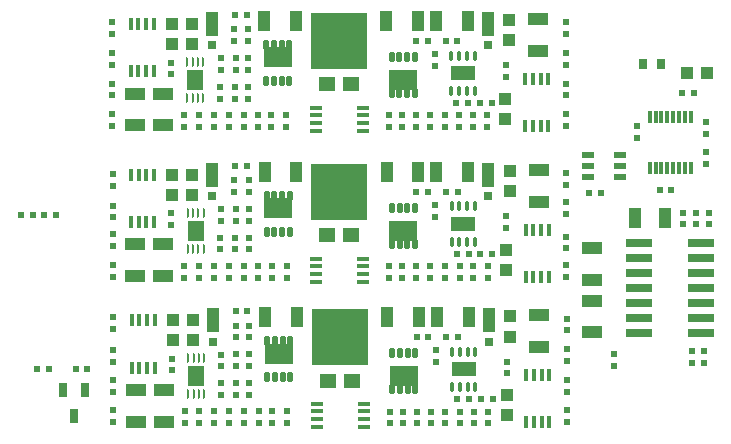
<source format=gbp>
G04 Layer_Color=128*
%FSLAX44Y44*%
%MOMM*%
G71*
G01*
G75*
%ADD12R,1.1000X1.0000*%
%ADD28R,0.6000X0.6000*%
%ADD29R,0.6000X0.6000*%
%ADD72R,1.4500X1.7500*%
G04:AMPARAMS|DCode=73|XSize=0.25mm|YSize=0.8mm|CornerRadius=0.0625mm|HoleSize=0mm|Usage=FLASHONLY|Rotation=0.000|XOffset=0mm|YOffset=0mm|HoleType=Round|Shape=RoundedRectangle|*
%AMROUNDEDRECTD73*
21,1,0.2500,0.6750,0,0,0.0*
21,1,0.1250,0.8000,0,0,0.0*
1,1,0.1250,0.0625,-0.3375*
1,1,0.1250,-0.0625,-0.3375*
1,1,0.1250,-0.0625,0.3375*
1,1,0.1250,0.0625,0.3375*
%
%ADD73ROUNDEDRECTD73*%
G04:AMPARAMS|DCode=74|XSize=0.4mm|YSize=1.1mm|CornerRadius=0.1mm|HoleSize=0mm|Usage=FLASHONLY|Rotation=180.000|XOffset=0mm|YOffset=0mm|HoleType=Round|Shape=RoundedRectangle|*
%AMROUNDEDRECTD74*
21,1,0.4000,0.9000,0,0,180.0*
21,1,0.2000,1.1000,0,0,180.0*
1,1,0.2000,-0.1000,0.4500*
1,1,0.2000,0.1000,0.4500*
1,1,0.2000,0.1000,-0.4500*
1,1,0.2000,-0.1000,-0.4500*
%
%ADD74ROUNDEDRECTD74*%
G04:AMPARAMS|DCode=75|XSize=0.45mm|YSize=0.9mm|CornerRadius=0.1125mm|HoleSize=0mm|Usage=FLASHONLY|Rotation=180.000|XOffset=0mm|YOffset=0mm|HoleType=Round|Shape=RoundedRectangle|*
%AMROUNDEDRECTD75*
21,1,0.4500,0.6750,0,0,180.0*
21,1,0.2250,0.9000,0,0,180.0*
1,1,0.2250,-0.1125,0.3375*
1,1,0.2250,0.1125,0.3375*
1,1,0.2250,0.1125,-0.3375*
1,1,0.2250,-0.1125,-0.3375*
%
%ADD75ROUNDEDRECTD75*%
%ADD76R,2.4000X1.7000*%
%ADD78R,1.0000X1.1000*%
%ADD79R,1.7000X1.1000*%
%ADD80R,1.1000X1.7000*%
%ADD81R,0.8000X0.8000*%
%ADD82R,1.1000X2.0000*%
%ADD83R,4.8000X4.7500*%
%ADD84R,1.4000X1.2700*%
%ADD85R,2.1500X1.2000*%
G04:AMPARAMS|DCode=86|XSize=0.35mm|YSize=0.8mm|CornerRadius=0.0875mm|HoleSize=0mm|Usage=FLASHONLY|Rotation=0.000|XOffset=0mm|YOffset=0mm|HoleType=Round|Shape=RoundedRectangle|*
%AMROUNDEDRECTD86*
21,1,0.3500,0.6250,0,0,0.0*
21,1,0.1750,0.8000,0,0,0.0*
1,1,0.1750,0.0875,-0.3125*
1,1,0.1750,-0.0875,-0.3125*
1,1,0.1750,-0.0875,0.3125*
1,1,0.1750,0.0875,0.3125*
%
%ADD86ROUNDEDRECTD86*%
%ADD87R,2.2000X0.6500*%
G04:AMPARAMS|DCode=88|XSize=0.3mm|YSize=1.1mm|CornerRadius=0.075mm|HoleSize=0mm|Usage=FLASHONLY|Rotation=180.000|XOffset=0mm|YOffset=0mm|HoleType=Round|Shape=RoundedRectangle|*
%AMROUNDEDRECTD88*
21,1,0.3000,0.9500,0,0,180.0*
21,1,0.1500,1.1000,0,0,180.0*
1,1,0.1500,-0.0750,0.4750*
1,1,0.1500,0.0750,0.4750*
1,1,0.1500,0.0750,-0.4750*
1,1,0.1500,-0.0750,-0.4750*
%
%ADD88ROUNDEDRECTD88*%
%ADD89R,1.0000X1.8000*%
%ADD90R,0.8000X1.2000*%
%ADD91R,0.7000X0.9000*%
%ADD92R,1.0500X0.6000*%
G04:AMPARAMS|DCode=93|XSize=0.4mm|YSize=1.1mm|CornerRadius=0.1mm|HoleSize=0mm|Usage=FLASHONLY|Rotation=90.000|XOffset=0mm|YOffset=0mm|HoleType=Round|Shape=RoundedRectangle|*
%AMROUNDEDRECTD93*
21,1,0.4000,0.9000,0,0,90.0*
21,1,0.2000,1.1000,0,0,90.0*
1,1,0.2000,0.4500,0.1000*
1,1,0.2000,0.4500,-0.1000*
1,1,0.2000,-0.4500,-0.1000*
1,1,0.2000,-0.4500,0.1000*
%
%ADD93ROUNDEDRECTD93*%
D12*
X627000Y327450D02*
D03*
X610000D02*
D03*
D28*
X426000Y51500D02*
D03*
X416000D02*
D03*
X446000D02*
D03*
X436000D02*
D03*
X381050Y227192D02*
D03*
X391050D02*
D03*
X445500Y174500D02*
D03*
X435500D02*
D03*
X65750Y207950D02*
D03*
X75750D02*
D03*
X56500D02*
D03*
X46500D02*
D03*
X527750Y226300D02*
D03*
X537750D02*
D03*
X614500Y92700D02*
D03*
X624500D02*
D03*
Y82700D02*
D03*
X614500D02*
D03*
X415250Y302250D02*
D03*
X425250D02*
D03*
X425500Y174500D02*
D03*
X415500D02*
D03*
X416000Y355000D02*
D03*
X406000D02*
D03*
X406200Y227451D02*
D03*
X416200D02*
D03*
X416700Y104451D02*
D03*
X406700D02*
D03*
X587250Y228700D02*
D03*
X597250D02*
D03*
X237500Y377200D02*
D03*
X227500D02*
D03*
X227750Y249450D02*
D03*
X237750D02*
D03*
X238250Y126450D02*
D03*
X228250D02*
D03*
X435250Y302250D02*
D03*
X445250D02*
D03*
X390800Y354942D02*
D03*
X380800D02*
D03*
X381550Y104192D02*
D03*
X391550D02*
D03*
X92750Y77200D02*
D03*
X102750D02*
D03*
X70000Y77250D02*
D03*
X60000D02*
D03*
X616250Y310700D02*
D03*
X606250D02*
D03*
D29*
X247558Y154300D02*
D03*
Y164300D02*
D03*
X369442Y164200D02*
D03*
Y154200D02*
D03*
X358442D02*
D03*
Y164200D02*
D03*
X271250Y292000D02*
D03*
Y282000D02*
D03*
X271500Y154250D02*
D03*
Y164250D02*
D03*
X272000Y41250D02*
D03*
Y31250D02*
D03*
X629000Y209700D02*
D03*
Y199700D02*
D03*
X618000D02*
D03*
Y209700D02*
D03*
X607000D02*
D03*
Y199700D02*
D03*
X238942Y316200D02*
D03*
Y306200D02*
D03*
X239692Y178450D02*
D03*
Y188450D02*
D03*
Y65450D02*
D03*
Y55450D02*
D03*
X238942Y354700D02*
D03*
Y364700D02*
D03*
X239442Y236950D02*
D03*
Y226950D02*
D03*
X239692Y103950D02*
D03*
Y113950D02*
D03*
X239000Y340250D02*
D03*
Y330250D02*
D03*
X239250Y202500D02*
D03*
Y212500D02*
D03*
X239750Y89500D02*
D03*
Y79500D02*
D03*
X226692Y354700D02*
D03*
Y364700D02*
D03*
X227192Y236950D02*
D03*
Y226950D02*
D03*
X228942Y103950D02*
D03*
Y113950D02*
D03*
X258558Y292050D02*
D03*
Y282050D02*
D03*
X258808Y154300D02*
D03*
Y164300D02*
D03*
X259308Y41300D02*
D03*
Y31300D02*
D03*
X124000Y360700D02*
D03*
Y370700D02*
D03*
X124250Y241950D02*
D03*
Y231950D02*
D03*
X124750Y110950D02*
D03*
Y120950D02*
D03*
X173442Y326700D02*
D03*
Y336700D02*
D03*
X173692Y208950D02*
D03*
Y198950D02*
D03*
X174192Y75950D02*
D03*
Y85950D02*
D03*
X215192Y316200D02*
D03*
Y306200D02*
D03*
X215442Y178450D02*
D03*
Y188450D02*
D03*
X215942Y65450D02*
D03*
Y55450D02*
D03*
X184407Y282200D02*
D03*
Y292200D02*
D03*
X184657Y164450D02*
D03*
Y154450D02*
D03*
X185157Y31450D02*
D03*
Y41450D02*
D03*
X392764Y291950D02*
D03*
Y281950D02*
D03*
X393014Y154200D02*
D03*
Y164200D02*
D03*
X393514Y41200D02*
D03*
Y31200D02*
D03*
X417728Y291950D02*
D03*
Y281950D02*
D03*
X417978Y154200D02*
D03*
Y164200D02*
D03*
X418478Y41200D02*
D03*
Y31200D02*
D03*
X405121Y281950D02*
D03*
Y291950D02*
D03*
X405371Y164200D02*
D03*
Y154200D02*
D03*
X405871Y31200D02*
D03*
Y41200D02*
D03*
X441442Y291950D02*
D03*
Y281950D02*
D03*
X441692Y154200D02*
D03*
Y164200D02*
D03*
X442192Y41200D02*
D03*
Y31200D02*
D03*
X369192Y291950D02*
D03*
Y281950D02*
D03*
X369942Y31200D02*
D03*
Y41200D02*
D03*
X457250Y324200D02*
D03*
Y334200D02*
D03*
X457500Y206450D02*
D03*
Y196450D02*
D03*
X458000Y73450D02*
D03*
Y83450D02*
D03*
X222299Y282200D02*
D03*
Y292200D02*
D03*
X222549Y164450D02*
D03*
Y154450D02*
D03*
X223049Y31450D02*
D03*
Y41450D02*
D03*
X209585Y282200D02*
D03*
Y292200D02*
D03*
X209835Y164450D02*
D03*
Y154450D02*
D03*
X210335Y31450D02*
D03*
Y41450D02*
D03*
X508000Y292950D02*
D03*
Y282950D02*
D03*
X508250Y155200D02*
D03*
Y165200D02*
D03*
X508750Y42200D02*
D03*
Y32200D02*
D03*
X247308Y292050D02*
D03*
Y282050D02*
D03*
X248058Y31300D02*
D03*
Y41300D02*
D03*
X358192Y291950D02*
D03*
Y281950D02*
D03*
X358942Y31200D02*
D03*
Y41200D02*
D03*
X227692Y306200D02*
D03*
Y316200D02*
D03*
X227942Y188450D02*
D03*
Y178450D02*
D03*
X228942Y55450D02*
D03*
Y65450D02*
D03*
X124000Y282950D02*
D03*
Y292950D02*
D03*
X124250Y165200D02*
D03*
Y155200D02*
D03*
X124750Y32200D02*
D03*
Y42200D02*
D03*
X124000Y318867D02*
D03*
Y308867D02*
D03*
X124250Y181117D02*
D03*
Y191117D02*
D03*
X124750Y68117D02*
D03*
Y58117D02*
D03*
X228192Y330450D02*
D03*
Y340450D02*
D03*
X228442Y212700D02*
D03*
Y202700D02*
D03*
X228942Y79700D02*
D03*
Y89700D02*
D03*
X124000Y344783D02*
D03*
Y334783D02*
D03*
X124250Y205533D02*
D03*
Y215533D02*
D03*
X124750Y93533D02*
D03*
Y83533D02*
D03*
X235014Y282200D02*
D03*
Y292200D02*
D03*
X235264Y164450D02*
D03*
Y154450D02*
D03*
X235764Y31450D02*
D03*
Y41450D02*
D03*
X215500Y340200D02*
D03*
Y330200D02*
D03*
X215500Y202450D02*
D03*
Y212450D02*
D03*
X216000Y89450D02*
D03*
Y79450D02*
D03*
X508000Y370700D02*
D03*
Y360700D02*
D03*
X508250Y232950D02*
D03*
Y242950D02*
D03*
X508750Y119950D02*
D03*
Y109950D02*
D03*
X196871Y292200D02*
D03*
Y282200D02*
D03*
X197121Y154450D02*
D03*
Y164450D02*
D03*
X197621Y41450D02*
D03*
Y31450D02*
D03*
X380906Y291950D02*
D03*
Y281950D02*
D03*
X381157Y154200D02*
D03*
Y164200D02*
D03*
X381656Y41200D02*
D03*
Y31200D02*
D03*
X429335Y291950D02*
D03*
Y281950D02*
D03*
X429585Y154200D02*
D03*
Y164200D02*
D03*
X430085Y41200D02*
D03*
Y31200D02*
D03*
X508000Y344783D02*
D03*
Y334783D02*
D03*
X508250Y208783D02*
D03*
Y218783D02*
D03*
X508750Y94033D02*
D03*
Y84033D02*
D03*
X397058Y333800D02*
D03*
Y343800D02*
D03*
X397308Y216050D02*
D03*
Y206050D02*
D03*
X397808Y83050D02*
D03*
Y93050D02*
D03*
X508000Y308867D02*
D03*
Y318867D02*
D03*
X508250Y189367D02*
D03*
Y179367D02*
D03*
X508750Y58117D02*
D03*
Y68117D02*
D03*
X626250Y285950D02*
D03*
Y275950D02*
D03*
Y260950D02*
D03*
Y250950D02*
D03*
X567750Y272700D02*
D03*
Y282700D02*
D03*
X548500Y79950D02*
D03*
Y89950D02*
D03*
D72*
X194192Y321950D02*
D03*
X194442Y194200D02*
D03*
X194942Y71200D02*
D03*
D73*
X200942Y336950D02*
D03*
X196442D02*
D03*
X191942D02*
D03*
X187442D02*
D03*
Y306950D02*
D03*
X191942D02*
D03*
X196442D02*
D03*
X200942D02*
D03*
X201192Y179200D02*
D03*
X196692D02*
D03*
X192192D02*
D03*
X187692D02*
D03*
Y209200D02*
D03*
X192192D02*
D03*
X196692D02*
D03*
X201192D02*
D03*
X201692Y86200D02*
D03*
X197192D02*
D03*
X192692D02*
D03*
X188192D02*
D03*
Y56200D02*
D03*
X192692D02*
D03*
X197192D02*
D03*
X201692D02*
D03*
D74*
X493134Y282700D02*
D03*
X486634D02*
D03*
X480134D02*
D03*
X473634D02*
D03*
X493134Y322700D02*
D03*
X486634D02*
D03*
X480134D02*
D03*
X473634D02*
D03*
X473885Y194950D02*
D03*
X480384D02*
D03*
X486884D02*
D03*
X493385D02*
D03*
X473885Y154950D02*
D03*
X480384D02*
D03*
X486884D02*
D03*
X493385D02*
D03*
X159000Y329200D02*
D03*
X152500D02*
D03*
X146000D02*
D03*
X139500D02*
D03*
X159000Y369200D02*
D03*
X152500D02*
D03*
X146000D02*
D03*
X139500D02*
D03*
X139750Y241450D02*
D03*
X146250D02*
D03*
X152750D02*
D03*
X159250D02*
D03*
X139750Y201450D02*
D03*
X146250D02*
D03*
X152750D02*
D03*
X159250D02*
D03*
X159750Y78450D02*
D03*
X153250D02*
D03*
X146750D02*
D03*
X140250D02*
D03*
X159750Y118450D02*
D03*
X153250D02*
D03*
X146750D02*
D03*
X140250D02*
D03*
X493885Y31950D02*
D03*
X487384D02*
D03*
X480885D02*
D03*
X474384D02*
D03*
X493885Y71950D02*
D03*
X487384D02*
D03*
X480885D02*
D03*
X474384D02*
D03*
D75*
X360250Y341450D02*
D03*
X366750D02*
D03*
X373250D02*
D03*
X379750D02*
D03*
Y310950D02*
D03*
X373250D02*
D03*
X366750D02*
D03*
X360250D02*
D03*
X360500Y213700D02*
D03*
X367000D02*
D03*
X373500D02*
D03*
X380000D02*
D03*
Y183200D02*
D03*
X373500D02*
D03*
X367000D02*
D03*
X360500D02*
D03*
X361000Y90700D02*
D03*
X367500D02*
D03*
X374000D02*
D03*
X380500D02*
D03*
Y60200D02*
D03*
X374000D02*
D03*
X367500D02*
D03*
X361000D02*
D03*
X274500Y70450D02*
D03*
X268000D02*
D03*
X261500D02*
D03*
X255000D02*
D03*
Y100950D02*
D03*
X261500D02*
D03*
X268000D02*
D03*
X274500D02*
D03*
X274000Y193450D02*
D03*
X267500D02*
D03*
X261000D02*
D03*
X254500D02*
D03*
Y223950D02*
D03*
X261000D02*
D03*
X267500D02*
D03*
X274000D02*
D03*
X273750Y321200D02*
D03*
X267250D02*
D03*
X260750D02*
D03*
X254250D02*
D03*
Y351700D02*
D03*
X260750D02*
D03*
X267250D02*
D03*
X273750D02*
D03*
D76*
X370000Y321700D02*
D03*
X370250Y193950D02*
D03*
X370750Y70950D02*
D03*
X264750Y90200D02*
D03*
X264250Y213200D02*
D03*
X264000Y340950D02*
D03*
D78*
X191192Y369450D02*
D03*
Y352450D02*
D03*
X459942Y372450D02*
D03*
Y355450D02*
D03*
X456634Y305700D02*
D03*
Y288700D02*
D03*
X174192Y352200D02*
D03*
Y369200D02*
D03*
X191442Y241700D02*
D03*
Y224700D02*
D03*
X460192Y244700D02*
D03*
Y227700D02*
D03*
X456884Y177950D02*
D03*
Y160950D02*
D03*
X174442Y224450D02*
D03*
Y241450D02*
D03*
X460692Y121700D02*
D03*
Y104700D02*
D03*
X174942Y101450D02*
D03*
Y118450D02*
D03*
X457884Y54950D02*
D03*
Y37950D02*
D03*
X191942Y118700D02*
D03*
Y101700D02*
D03*
D79*
X143000Y283450D02*
D03*
Y310450D02*
D03*
X484442Y373700D02*
D03*
Y346700D02*
D03*
X166750Y283450D02*
D03*
Y310450D02*
D03*
X143250Y155700D02*
D03*
Y182700D02*
D03*
X484692Y245950D02*
D03*
Y218950D02*
D03*
X167000Y155700D02*
D03*
Y182700D02*
D03*
X485192Y122950D02*
D03*
Y95950D02*
D03*
X143750Y32700D02*
D03*
Y59700D02*
D03*
X167500Y32700D02*
D03*
Y59700D02*
D03*
X530000Y179950D02*
D03*
Y152950D02*
D03*
Y108200D02*
D03*
Y135200D02*
D03*
D80*
X252500Y371950D02*
D03*
X279500D02*
D03*
X252750Y244200D02*
D03*
X279750D02*
D03*
X383500Y120950D02*
D03*
X356500D02*
D03*
X383000Y243950D02*
D03*
X356000D02*
D03*
X382750Y371700D02*
D03*
X355750D02*
D03*
X253250Y121200D02*
D03*
X280250D02*
D03*
X425750Y120950D02*
D03*
X398750D02*
D03*
X425250Y243950D02*
D03*
X398250D02*
D03*
X425000Y371700D02*
D03*
X398000D02*
D03*
D81*
X441692Y351200D02*
D03*
X207942D02*
D03*
X441942Y223450D02*
D03*
X208192D02*
D03*
X208692Y100450D02*
D03*
X442442D02*
D03*
D82*
X441942Y369450D02*
D03*
X208192D02*
D03*
X442192Y241700D02*
D03*
X208442D02*
D03*
X208942Y118700D02*
D03*
X442692D02*
D03*
D83*
X316442Y103950D02*
D03*
X315942Y226950D02*
D03*
X315692Y354700D02*
D03*
D84*
X326842Y67450D02*
D03*
X306042D02*
D03*
X326342Y190450D02*
D03*
X305542D02*
D03*
X326092Y318200D02*
D03*
X305292D02*
D03*
D85*
X421500Y77000D02*
D03*
X421000Y200000D02*
D03*
X420750Y327500D02*
D03*
D86*
X431250Y92000D02*
D03*
X424750D02*
D03*
X418250D02*
D03*
X411750D02*
D03*
Y62000D02*
D03*
X418250D02*
D03*
X424750D02*
D03*
X431250D02*
D03*
X430750Y215000D02*
D03*
X424250D02*
D03*
X417750D02*
D03*
X411250D02*
D03*
Y185000D02*
D03*
X417750D02*
D03*
X424250D02*
D03*
X430750D02*
D03*
X430500Y342500D02*
D03*
X424000D02*
D03*
X417500D02*
D03*
X411000D02*
D03*
Y312500D02*
D03*
X417500D02*
D03*
X424000D02*
D03*
X430500D02*
D03*
D87*
X622000Y183800D02*
D03*
Y171100D02*
D03*
Y158400D02*
D03*
Y145700D02*
D03*
Y133000D02*
D03*
Y120300D02*
D03*
Y107600D02*
D03*
X570000Y183800D02*
D03*
Y171100D02*
D03*
Y158400D02*
D03*
Y145700D02*
D03*
Y133000D02*
D03*
Y120300D02*
D03*
Y107600D02*
D03*
D88*
X593750Y247200D02*
D03*
X588750D02*
D03*
X583750D02*
D03*
X578750D02*
D03*
X598750D02*
D03*
X603750D02*
D03*
X608750D02*
D03*
X613750D02*
D03*
X578750Y290950D02*
D03*
X583750D02*
D03*
X593750D02*
D03*
X588750D02*
D03*
X603750D02*
D03*
X598750D02*
D03*
X613750D02*
D03*
X608750D02*
D03*
D89*
X566500Y204700D02*
D03*
X591500D02*
D03*
D90*
X81750Y59201D02*
D03*
X100750D02*
D03*
X91250Y37199D02*
D03*
D91*
X573500Y335200D02*
D03*
X588500D02*
D03*
D92*
X526500Y258700D02*
D03*
Y249200D02*
D03*
Y239700D02*
D03*
X553500D02*
D03*
Y249200D02*
D03*
Y258700D02*
D03*
D93*
X296750Y28250D02*
D03*
Y34750D02*
D03*
Y41250D02*
D03*
Y47750D02*
D03*
X336750Y28250D02*
D03*
Y34750D02*
D03*
Y41250D02*
D03*
Y47750D02*
D03*
X296250Y151250D02*
D03*
Y157750D02*
D03*
Y164250D02*
D03*
Y170750D02*
D03*
X336250Y151250D02*
D03*
Y157750D02*
D03*
Y164250D02*
D03*
Y170750D02*
D03*
X296000Y279000D02*
D03*
Y285500D02*
D03*
Y292000D02*
D03*
Y298500D02*
D03*
X336000Y279000D02*
D03*
Y285500D02*
D03*
Y292000D02*
D03*
Y298500D02*
D03*
M02*

</source>
